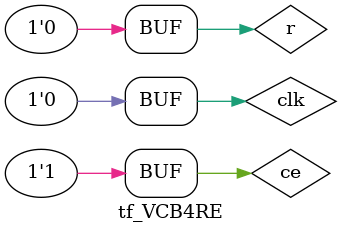
<source format=v>
`timescale 1ns / 1ps


module tf_VCB4RE;

	// Inputs
	reg ce;
	reg r;
	reg clk;

	// Outputs
	wire TC;
	wire CEO;
	wire [3:0] Q;

	// Instantiate the Unit Under Test (UUT)
	VCB4RE uut (
		.ce(ce), 
		.r(r), 
		.clk(clk), 
		.TC(TC), 
		.CEO(CEO), 
		.Q(Q)
	);
//�������� �������������� ������� ������������� clk
parameter Tclk=20; //������ ������� ������������� 20 ��
always begin clk=1; #(Tclk/2); clk=0; #(Tclk/2); end
// ��������� �������������� ������� ce
parameter Tce=160; //������ ������� ce 80 ��
always begin ce=0; #(7*Tce/8); ce=1; #(1*Tce/8); end //������ ����� ����� �������

	initial begin
		// Initialize Inputs
		ce = 0;
		r = 0;
		clk = 0;

		// Wait 100 ns for global reset to finish
		#100;
			
	r = 0; //�������� ��������� ������
	#380; r = 1; //����� 38 �� 1
	#10; r = 0; // ����� 10 �� 0
	#611; r = 1; //����� 611 �� 1
	#270; r = 0; // ����� 270 �� 0
		// Add stimulus here

	end
      
endmodule


</source>
